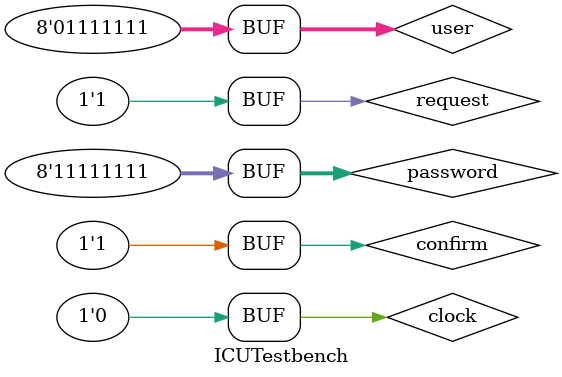
<source format=v>
`timescale 1ns / 1ps


module ICUTestbench;

	// Inputs
	reg clock;
	reg request;
	reg confirm;
	reg [7:0] password;
	reg [7:0] user;

	// Outputs
	wire writeRegP;
	wire writeRegQ;

	// Instantiate the Unit Under Test (UUT)
	InformationController uut (
		.clock(clock), 
		.request(request), 
		.confirm(confirm), 
		.password(password), 
		.user(user), 
		.writeRegP(writeRegP), 
		.writeRegQ(writeRegQ)
	);

	initial begin
		clock = 1'b0;
      repeat (50) #30 clock = ~clock;
	end
	
	initial begin
		request = 0;
		password = 8'b11111111;
		confirm = 1;
		user = 8'b11111111;
		#50;
		request = 1;
		password = 8'b11111111;
		confirm = 1;
		user = 8'b11111111;
		#50;
		request = 1;
		password = 8'b11111111;
		confirm = 1;
		user = 8'b11111111;
		#50;
		request = 1;
		password = 8'b11111111;
		confirm = 1;
		user = 8'b11111111;
		#50;
		request = 1;
		password = 8'b11111111;
		confirm = 1;
		user = 8'b11111111;
		#50;
		request = 1;
		password = 8'b11111111;
		confirm = 1;
		user = 8'b01111111;
		#50;
		request = 1;
		password = 8'b11111111;
		confirm = 1;
		user = 8'b01111111;
		#50;

	end
      
endmodule


</source>
